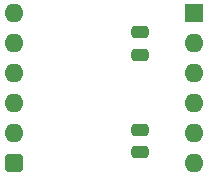
<source format=gbs>
%TF.GenerationSoftware,KiCad,Pcbnew,9.0.2*%
%TF.CreationDate,2025-06-17T11:02:49+02:00*%
%TF.ProjectId,HCP65 Native Memory Select,48435036-3520-44e6-9174-697665204d65,V0*%
%TF.SameCoordinates,Original*%
%TF.FileFunction,Soldermask,Bot*%
%TF.FilePolarity,Negative*%
%FSLAX46Y46*%
G04 Gerber Fmt 4.6, Leading zero omitted, Abs format (unit mm)*
G04 Created by KiCad (PCBNEW 9.0.2) date 2025-06-17 11:02:49*
%MOMM*%
%LPD*%
G01*
G04 APERTURE LIST*
G04 Aperture macros list*
%AMRoundRect*
0 Rectangle with rounded corners*
0 $1 Rounding radius*
0 $2 $3 $4 $5 $6 $7 $8 $9 X,Y pos of 4 corners*
0 Add a 4 corners polygon primitive as box body*
4,1,4,$2,$3,$4,$5,$6,$7,$8,$9,$2,$3,0*
0 Add four circle primitives for the rounded corners*
1,1,$1+$1,$2,$3*
1,1,$1+$1,$4,$5*
1,1,$1+$1,$6,$7*
1,1,$1+$1,$8,$9*
0 Add four rect primitives between the rounded corners*
20,1,$1+$1,$2,$3,$4,$5,0*
20,1,$1+$1,$4,$5,$6,$7,0*
20,1,$1+$1,$6,$7,$8,$9,0*
20,1,$1+$1,$8,$9,$2,$3,0*%
G04 Aperture macros list end*
%ADD10R,1.600000X1.600000*%
%ADD11O,1.600000X1.600000*%
%ADD12RoundRect,0.400000X-0.400000X-0.400000X0.400000X-0.400000X0.400000X0.400000X-0.400000X0.400000X0*%
%ADD13RoundRect,0.250000X-0.475000X0.250000X-0.475000X-0.250000X0.475000X-0.250000X0.475000X0.250000X0*%
G04 APERTURE END LIST*
D10*
%TO.C,J2*%
X15240000Y0D03*
D11*
X15240000Y-2540000D03*
X15240000Y-5080000D03*
X15240000Y-7620000D03*
X15240000Y-10160000D03*
X15240000Y-12700000D03*
D12*
X0Y-12700000D03*
D11*
X0Y-10160000D03*
X0Y-7620000D03*
X0Y-5080000D03*
X0Y-2540000D03*
X0Y0D03*
%TD*%
D13*
%TO.C,C2*%
X10668000Y-3506000D03*
X10668000Y-1606000D03*
%TD*%
%TO.C,C1*%
X10668000Y-11761000D03*
X10668000Y-9861000D03*
%TD*%
M02*

</source>
